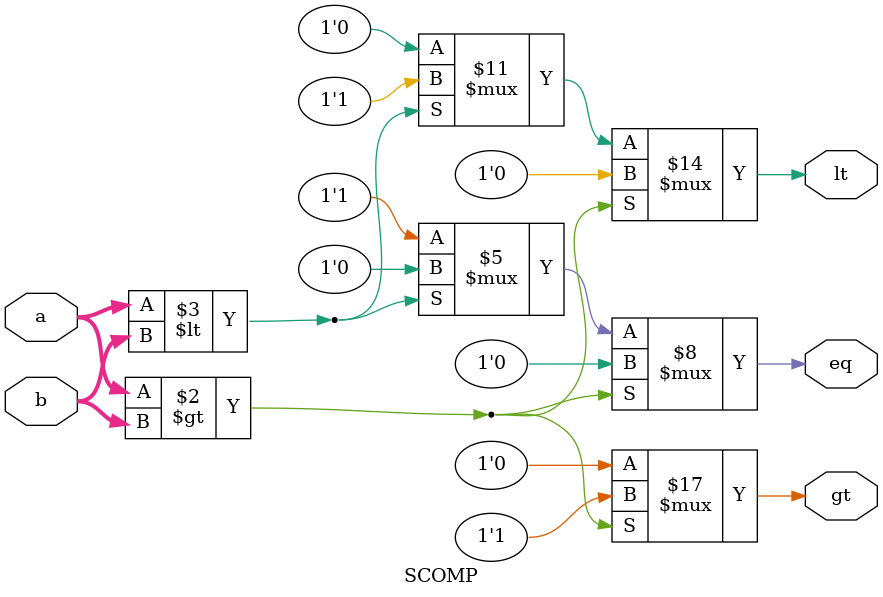
<source format=v>
`timescale 1ns / 1ns

module SCOMP(a,b,gt,lt,eq);

    parameter DATAWIDTH = 32;
    input signed [DATAWIDTH-1:0] a;
    input signed [DATAWIDTH-1:0] b;

    output reg gt,lt,eq;

    // Modified comparator to align with comments in sample behavioral netlist.
    // Comparator sets gt = 1 when a > b and lt = 1 when a < b.
    always @(a,b) begin
        gt <= 0; lt <= 0; eq <= 0;
        
        if (a>b) begin
            gt <= 1;
        end
        else if (a<b) begin
            lt <= 1;
        end
        else begin
            eq <= 1;
        end
    end
endmodule

</source>
